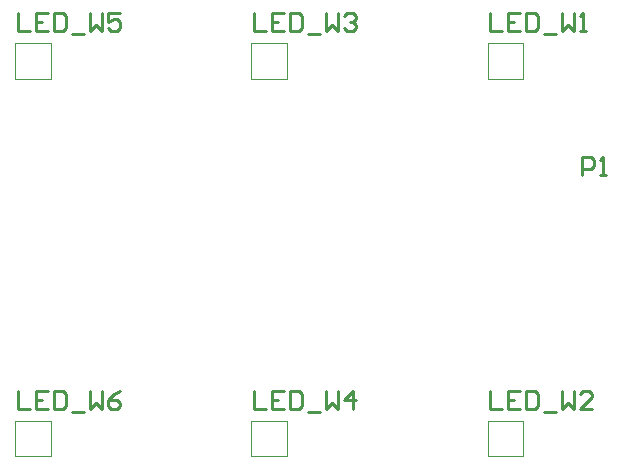
<source format=gto>
G04*
G04 #@! TF.GenerationSoftware,Altium Limited,Altium Designer,22.1.2 (22)*
G04*
G04 Layer_Color=65535*
%FSLAX25Y25*%
%MOIN*%
G70*
G04*
G04 #@! TF.SameCoordinates,94212916-5215-4C0A-BD21-050921E15A7C*
G04*
G04*
G04 #@! TF.FilePolarity,Positive*
G04*
G01*
G75*
%ADD10C,0.00250*%
%ADD11C,0.01000*%
D10*
X190945Y31260D02*
Y43071D01*
Y31260D02*
X202756D01*
Y43071D01*
X190945D02*
X202756D01*
X190945Y157244D02*
Y169055D01*
Y157244D02*
X202756D01*
Y169055D01*
X190945D02*
X202756D01*
X112205Y31260D02*
Y43071D01*
Y31260D02*
X124016D01*
Y43071D01*
X112205D02*
X124016D01*
X112205Y157244D02*
Y169055D01*
Y157244D02*
X124016D01*
Y169055D01*
X112205D02*
X124016D01*
X33465Y31260D02*
Y43071D01*
Y31260D02*
X45276D01*
Y43071D01*
X33465D02*
X45276D01*
X33465Y157244D02*
Y169055D01*
Y157244D02*
X45276D01*
Y169055D01*
X33465D02*
X45276D01*
D11*
X222379Y124954D02*
Y130952D01*
X225378D01*
X226378Y129952D01*
Y127953D01*
X225378Y126953D01*
X222379D01*
X228377Y124954D02*
X230377D01*
X229377D01*
Y130952D01*
X228377Y129952D01*
X34300Y53198D02*
Y47200D01*
X38299D01*
X44297Y53198D02*
X40298D01*
Y47200D01*
X44297D01*
X40298Y50199D02*
X42297D01*
X46296Y53198D02*
Y47200D01*
X49295D01*
X50295Y48200D01*
Y52198D01*
X49295Y53198D01*
X46296D01*
X52294Y46200D02*
X56293D01*
X58292Y53198D02*
Y47200D01*
X60292Y49199D01*
X62291Y47200D01*
Y53198D01*
X68289D02*
X66290Y52198D01*
X64290Y50199D01*
Y48200D01*
X65290Y47200D01*
X67289D01*
X68289Y48200D01*
Y49199D01*
X67289Y50199D01*
X64290D01*
X34315Y179182D02*
Y173184D01*
X38314D01*
X44312Y179182D02*
X40313D01*
Y173184D01*
X44312D01*
X40313Y176183D02*
X42312D01*
X46311Y179182D02*
Y173184D01*
X49310D01*
X50310Y174184D01*
Y178183D01*
X49310Y179182D01*
X46311D01*
X52309Y172185D02*
X56308D01*
X58307Y179182D02*
Y173184D01*
X60307Y175184D01*
X62306Y173184D01*
Y179182D01*
X68304D02*
X64305D01*
Y176183D01*
X66305Y177183D01*
X67304D01*
X68304Y176183D01*
Y174184D01*
X67304Y173184D01*
X65305D01*
X64305Y174184D01*
X113100Y53198D02*
Y47200D01*
X117099D01*
X123097Y53198D02*
X119098D01*
Y47200D01*
X123097D01*
X119098Y50199D02*
X121097D01*
X125096Y53198D02*
Y47200D01*
X128095D01*
X129095Y48200D01*
Y52198D01*
X128095Y53198D01*
X125096D01*
X131094Y46200D02*
X135093D01*
X137092Y53198D02*
Y47200D01*
X139092Y49199D01*
X141091Y47200D01*
Y53198D01*
X146089Y47200D02*
Y53198D01*
X143090Y50199D01*
X147089D01*
X113100Y179198D02*
Y173200D01*
X117099D01*
X123097Y179198D02*
X119098D01*
Y173200D01*
X123097D01*
X119098Y176199D02*
X121097D01*
X125096Y179198D02*
Y173200D01*
X128095D01*
X129095Y174200D01*
Y178198D01*
X128095Y179198D01*
X125096D01*
X131094Y172200D02*
X135093D01*
X137092Y179198D02*
Y173200D01*
X139092Y175199D01*
X141091Y173200D01*
Y179198D01*
X143090Y178198D02*
X144090Y179198D01*
X146089D01*
X147089Y178198D01*
Y177199D01*
X146089Y176199D01*
X145090D01*
X146089D01*
X147089Y175199D01*
Y174200D01*
X146089Y173200D01*
X144090D01*
X143090Y174200D01*
X191800Y53198D02*
Y47200D01*
X195799D01*
X201797Y53198D02*
X197798D01*
Y47200D01*
X201797D01*
X197798Y50199D02*
X199797D01*
X203796Y53198D02*
Y47200D01*
X206795D01*
X207795Y48200D01*
Y52198D01*
X206795Y53198D01*
X203796D01*
X209794Y46200D02*
X213793D01*
X215792Y53198D02*
Y47200D01*
X217792Y49199D01*
X219791Y47200D01*
Y53198D01*
X225789Y47200D02*
X221790D01*
X225789Y51199D01*
Y52198D01*
X224789Y53198D01*
X222790D01*
X221790Y52198D01*
X191860Y179169D02*
Y173171D01*
X195859D01*
X201857Y179169D02*
X197858D01*
Y173171D01*
X201857D01*
X197858Y176170D02*
X199858D01*
X203856Y179169D02*
Y173171D01*
X206856D01*
X207855Y174171D01*
Y178170D01*
X206856Y179169D01*
X203856D01*
X209855Y172172D02*
X213853D01*
X215853Y179169D02*
Y173171D01*
X217852Y175171D01*
X219851Y173171D01*
Y179169D01*
X221851Y173171D02*
X223850D01*
X222850D01*
Y179169D01*
X221851Y178170D01*
M02*

</source>
